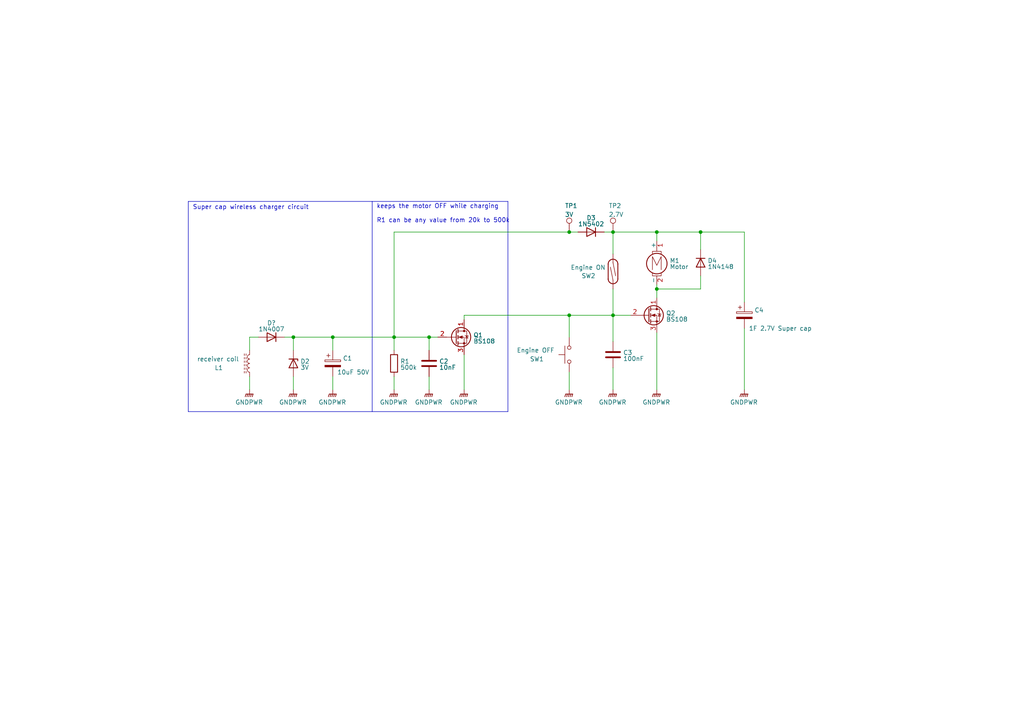
<source format=kicad_sch>
(kicad_sch (version 20220404) (generator eeschema)
  (paper "A4")
  (lib_symbols
    (symbol "Connector:TestPoint" (pin_numbers hide) (pin_names (offset 0.762) hide)
      (property "Reference" "TP" (at 0 6.858 0))
      (property "Value" "TestPoint" (at 0 5.08 0))
      (symbol "TestPoint_0_1"
        (circle (center 0 3.302) (radius 0.762))
      )
      (symbol "TestPoint_1_1"
        (pin passive line (at 0 0 90) (length 2.54) (name "1") (number "1"))
      )
    )
    (symbol "Device:C" (pin_numbers hide) (pin_names (offset 0.254))
      (property "Reference" "C" (at 0.635 2.54 0))
      (property "Value" "C" (at 0.635 -2.54 0))
      (symbol "C_0_1"
        (polyline (pts (xy -2.032 -0.762) (xy 2.032 -0.762)) (stroke (width 0.508)))
        (polyline (pts (xy -2.032 0.762) (xy 2.032 0.762)) (stroke (width 0.508)))
      )
      (symbol "C_1_1"
        (pin passive line (at 0 3.81 270) (length 2.794) (name "~") (number "1"))
        (pin passive line (at 0 -3.81 90) (length 2.794) (name "~") (number "2"))
      )
    )
    (symbol "Device:C_Polarized" (pin_numbers hide) (pin_names (offset 0.254))
      (property "Reference" "C" (at 0.635 2.54 0))
      (property "Value" "C_Polarized" (at 0.635 -2.54 0))
      (symbol "C_Polarized_0_1"
        (rectangle (start -2.286 0.508) (end 2.286 1.016))
        (polyline (pts (xy -1.778 2.286) (xy -0.762 2.286)))
        (polyline (pts (xy -1.27 2.794) (xy -1.27 1.778)))
        (rectangle (start 2.286 -0.508) (end -2.286 -1.016) (fill (type outline)))
      )
      (symbol "C_Polarized_1_1"
        (pin passive line (at 0 3.81 270) (length 2.794) (name "~") (number "1"))
        (pin passive line (at 0 -3.81 90) (length 2.794) (name "~") (number "2"))
      )
    )
    (symbol "Device:D_Zener" (pin_numbers hide) (pin_names (offset 1.016) hide)
      (property "Reference" "D" (at 0 2.54 0))
      (property "Value" "D_Zener" (at 0 -2.54 0))
      (symbol "D_Zener_0_1"
        (polyline (pts (xy 1.27 0) (xy -1.27 0)))
        (polyline (pts (xy -1.27 -1.27) (xy -1.27 1.27) (xy -0.762 1.27)) (stroke (width 0.254)))
        (polyline (pts (xy 1.27 -1.27) (xy 1.27 1.27) (xy -1.27 0) (xy 1.27 -1.27)) (stroke (width 0.254)))
      )
      (symbol "D_Zener_1_1"
        (pin passive line (at -3.81 0 0) (length 2.54) (name "K") (number "1"))
        (pin passive line (at 3.81 0 180) (length 2.54) (name "A") (number "2"))
      )
    )
    (symbol "Device:L_Ferrite" (pin_numbers hide) (pin_names (offset 1.016) hide)
      (property "Reference" "L" (at -1.27 0 90))
      (property "Value" "L_Ferrite" (at 2.794 0 90))
      (symbol "L_Ferrite_0_1"
        (arc (start 0 -2.54) (mid 0.635 -1.905) (end 0 -1.27))
        (arc (start 0 -1.27) (mid 0.635 -0.635) (end 0 0))
        (polyline (pts (xy 1.016 -2.794) (xy 1.016 -2.286)))
        (polyline (pts (xy 1.016 -1.778) (xy 1.016 -1.27)))
        (polyline (pts (xy 1.016 -0.762) (xy 1.016 -0.254)))
        (polyline (pts (xy 1.016 0.254) (xy 1.016 0.762)))
        (polyline (pts (xy 1.016 1.27) (xy 1.016 1.778)))
        (polyline (pts (xy 1.016 2.286) (xy 1.016 2.794)))
        (polyline (pts (xy 1.524 -2.286) (xy 1.524 -2.794)))
        (polyline (pts (xy 1.524 -1.27) (xy 1.524 -1.778)))
        (polyline (pts (xy 1.524 -0.254) (xy 1.524 -0.762)))
        (polyline (pts (xy 1.524 0.762) (xy 1.524 0.254)))
        (polyline (pts (xy 1.524 1.778) (xy 1.524 1.27)))
        (polyline (pts (xy 1.524 2.794) (xy 1.524 2.286)))
        (arc (start 0 0) (mid 0.635 0.635) (end 0 1.27))
        (arc (start 0 1.27) (mid 0.635 1.905) (end 0 2.54))
      )
      (symbol "L_Ferrite_1_1"
        (pin passive line (at 0 3.81 270) (length 1.27) (name "1") (number "1"))
        (pin passive line (at 0 -3.81 90) (length 1.27) (name "2") (number "2"))
      )
    )
    (symbol "Device:R" (pin_numbers hide) (pin_names (offset 0))
      (property "Reference" "R" (at 2.032 0 90))
      (property "Value" "R" (at 0 0 90))
      (symbol "R_0_1"
        (rectangle (start -1.016 -2.54) (end 1.016 2.54) (stroke (width 0.254)))
      )
      (symbol "R_1_1"
        (pin passive line (at 0 3.81 270) (length 1.27) (name "~") (number "1"))
        (pin passive line (at 0 -3.81 90) (length 1.27) (name "~") (number "2"))
      )
    )
    (symbol "Diode:1N4007" (pin_numbers hide) (pin_names (offset 1.016) hide)
      (property "Reference" "D" (at 0 2.54 0))
      (property "Value" "1N4007" (at 0 -2.54 0))
      (symbol "1N4007_0_1"
        (polyline (pts (xy -1.27 1.27) (xy -1.27 -1.27)) (stroke (width 0.254)))
        (polyline (pts (xy 1.27 0) (xy -1.27 0)))
        (polyline (pts (xy 1.27 1.27) (xy 1.27 -1.27) (xy -1.27 0) (xy 1.27 1.27)) (stroke (width 0.254)))
      )
      (symbol "1N4007_1_1"
        (pin passive line (at -3.81 0 0) (length 2.54) (name "K") (number "1"))
        (pin passive line (at 3.81 0 180) (length 2.54) (name "A") (number "2"))
      )
    )
    (symbol "Diode:1N4148" (pin_numbers hide) (pin_names (offset 1.016) hide)
      (property "Reference" "D" (at 0 2.54 0))
      (property "Value" "1N4148" (at 0 -2.54 0))
      (symbol "1N4148_0_1"
        (polyline (pts (xy -1.27 1.27) (xy -1.27 -1.27)) (stroke (width 0.254)))
        (polyline (pts (xy 1.27 0) (xy -1.27 0)))
        (polyline (pts (xy 1.27 1.27) (xy 1.27 -1.27) (xy -1.27 0) (xy 1.27 1.27)) (stroke (width 0.254)))
      )
      (symbol "1N4148_1_1"
        (pin passive line (at -3.81 0 0) (length 2.54) (name "K") (number "1"))
        (pin passive line (at 3.81 0 180) (length 2.54) (name "A") (number "2"))
      )
    )
    (symbol "Diode:1N5402" (pin_numbers hide) (pin_names (offset 1.016) hide)
      (property "Reference" "D" (at 0 2.54 0))
      (property "Value" "1N5402" (at 0 -2.54 0))
      (symbol "1N5402_0_1"
        (polyline (pts (xy -1.27 1.27) (xy -1.27 -1.27)) (stroke (width 0.254)))
        (polyline (pts (xy 1.27 0) (xy -1.27 0)))
        (polyline (pts (xy 1.27 1.27) (xy 1.27 -1.27) (xy -1.27 0) (xy 1.27 1.27)) (stroke (width 0.254)))
      )
      (symbol "1N5402_1_1"
        (pin passive line (at -3.81 0 0) (length 2.54) (name "K") (number "1"))
        (pin passive line (at 3.81 0 180) (length 2.54) (name "A") (number "2"))
      )
    )
    (symbol "Motor:Motor_DC_ALT" (pin_names (offset 0))
      (property "Reference" "M" (at 2.54 2.54 0))
      (property "Value" "Motor_DC_ALT" (at 2.54 -5.08 0))
      (symbol "Motor_DC_ALT_0_0"
        (circle (center 0 -1.524) (radius 2.9718) (stroke (width 0.254)))
        (polyline (pts (xy -1.27 -4.318) (xy -1.27 -5.08) (xy 1.27 -5.08) (xy 1.27 -4.318)))
        (polyline (pts (xy -1.27 1.27) (xy -1.27 2.032) (xy 1.27 2.032) (xy 1.27 1.27)))
        (polyline (pts (xy -1.27 -3.302) (xy -1.27 0.508) (xy 0 -2.032) (xy 1.27 0.508) (xy 1.27 -3.302)))
      )
      (symbol "Motor_DC_ALT_0_1"
        (polyline (pts (xy 0 2.032) (xy 0 2.54)))
      )
      (symbol "Motor_DC_ALT_1_1"
        (pin passive line (at 0 5.08 270) (length 2.54) (name "+") (number "1"))
        (pin passive line (at 0 -7.62 90) (length 2.54) (name "-") (number "2"))
      )
    )
    (symbol "Switch:SW_Push" (pin_numbers hide) (pin_names (offset 1.016) hide)
      (property "Reference" "SW" (at 1.27 2.54 0))
      (property "Value" "SW_Push" (at 0 -1.524 0))
      (symbol "SW_Push_0_1"
        (circle (center -2.032 0) (radius 0.508))
        (polyline (pts (xy 0 1.27) (xy 0 3.048)))
        (polyline (pts (xy 2.54 1.27) (xy -2.54 1.27)))
        (circle (center 2.032 0) (radius 0.508))
        (pin passive line (at -5.08 0 0) (length 2.54) (name "1") (number "1"))
        (pin passive line (at 5.08 0 180) (length 2.54) (name "2") (number "2"))
      )
    )
    (symbol "Switch:SW_Reed" (pin_numbers hide) (pin_names (offset 0) hide)
      (property "Reference" "SW" (at 0 2.54 0))
      (property "Value" "SW_Reed" (at 0 -2.54 0))
      (symbol "SW_Reed_0_0"
        (arc (start -2.159 1.397) (mid -3.556 0) (end -2.159 -1.397) (stroke (width 0.254)))
        (polyline (pts (xy -2.54 0) (xy 1.27 0.762)))
        (polyline (pts (xy -2.159 -1.397) (xy 2.286 -1.397)) (stroke (width 0.254)))
        (polyline (pts (xy 2.159 1.397) (xy -2.159 1.397)) (stroke (width 0.254)))
        (polyline (pts (xy 2.54 0) (xy -1.27 -0.762)))
        (arc (start 2.159 -1.397) (mid 3.556 0) (end 2.159 1.397) (stroke (width 0.254)))
      )
      (symbol "SW_Reed_1_1"
        (pin passive line (at -5.08 0 0) (length 2.54) (name "1") (number "1"))
        (pin passive line (at 5.08 0 180) (length 2.54) (name "2") (number "2"))
      )
    )
    (symbol "Transistor_FET:BS108" (pin_names hide)
      (property "Reference" "Q" (at 5.08 1.905 0))
      (property "Value" "BS108" (at 5.08 0 0))
      (symbol "BS108_0_1"
        (polyline (pts (xy 0.254 0) (xy -2.54 0)))
        (polyline (pts (xy 0.254 1.905) (xy 0.254 -1.905)) (stroke (width 0.254)))
        (polyline (pts (xy 0.762 -1.27) (xy 0.762 -2.286)) (stroke (width 0.254)))
        (polyline (pts (xy 0.762 0.508) (xy 0.762 -0.508)) (stroke (width 0.254)))
        (polyline (pts (xy 0.762 2.286) (xy 0.762 1.27)) (stroke (width 0.254)))
        (polyline (pts (xy 2.54 2.54) (xy 2.54 1.778)))
        (polyline (pts (xy 2.54 -2.54) (xy 2.54 0) (xy 0.762 0)))
        (polyline (pts (xy 0.762 -1.778) (xy 3.302 -1.778) (xy 3.302 1.778) (xy 0.762 1.778)))
        (polyline (pts (xy 1.016 0) (xy 2.032 0.381) (xy 2.032 -0.381) (xy 1.016 0)) (fill (type outline)))
        (polyline (pts (xy 2.794 0.508) (xy 2.921 0.381) (xy 3.683 0.381) (xy 3.81 0.254)))
        (polyline (pts (xy 3.302 0.381) (xy 2.921 -0.254) (xy 3.683 -0.254) (xy 3.302 0.381)))
        (circle (center 1.651 0) (radius 2.794) (stroke (width 0.254)))
        (circle (center 2.54 -1.778) (radius 0.254) (fill (type outline)))
        (circle (center 2.54 1.778) (radius 0.254) (fill (type outline)))
      )
      (symbol "BS108_1_1"
        (pin passive line (at 2.54 5.08 270) (length 2.54) (name "D") (number "1"))
        (pin input line (at -5.08 0 0) (length 2.54) (name "G") (number "2"))
        (pin passive line (at 2.54 -5.08 90) (length 2.54) (name "S") (number "3"))
      )
    )
    (symbol "power:GNDPWR" (power) (pin_names (offset 0))
      (property "Value" "GNDPWR" (at 0 -3.302 0))
      (symbol "GNDPWR_0_1"
        (polyline (pts (xy 0 -1.27) (xy 0 0)))
        (polyline (pts (xy -1.016 -1.27) (xy -1.27 -2.032) (xy -1.27 -2.032)) (stroke (width 0.2032)))
        (polyline (pts (xy -0.508 -1.27) (xy -0.762 -2.032) (xy -0.762 -2.032)) (stroke (width 0.2032)))
        (polyline (pts (xy 0 -1.27) (xy -0.254 -2.032) (xy -0.254 -2.032)) (stroke (width 0.2032)))
        (polyline (pts (xy 0.508 -1.27) (xy 0.254 -2.032) (xy 0.254 -2.032)) (stroke (width 0.2032)))
        (polyline (pts (xy 1.016 -1.27) (xy -1.016 -1.27) (xy -1.016 -1.27)) (stroke (width 0.2032)))
        (polyline (pts (xy 1.016 -1.27) (xy 0.762 -2.032) (xy 0.762 -2.032) (xy 0.762 -2.032)) (stroke (width 0.2032)))
      )
      (symbol "GNDPWR_1_1"
        (pin power_in line (at 0 0 270) (length 0) hide (name "GNDPWR") (number "1"))
      )
    )
  )
  (junction (at 190.5 83.82))
  (junction (at 190.5 67.31))
  (junction (at 124.46 97.79))
  (junction (at 165.1 67.31))
  (junction (at 177.8 67.31))
  (junction (at 114.3 97.79))
  (junction (at 203.2 67.31))
  (junction (at 165.1 91.44))
  (junction (at 96.52 97.79))
  (junction (at 177.8 91.44))
  (junction (at 85.09 97.79))
  (wire (pts (xy 165.1 107.95) (xy 165.1 113.03)))
  (wire (pts (xy 177.8 67.31) (xy 177.8 73.66)))
  (wire (pts (xy 114.3 67.31) (xy 165.1 67.31)))
  (wire (pts (xy 114.3 97.79) (xy 114.3 101.6)))
  (polyline (pts (xy 147.32 58.42) (xy 147.32 119.38)))
  (wire (pts (xy 124.46 97.79) (xy 124.46 101.6)))
  (wire (pts (xy 203.2 67.31) (xy 215.9 67.31)))
  (wire (pts (xy 177.8 83.82) (xy 177.8 91.44)))
  (wire (pts (xy 124.46 97.79) (xy 127 97.79)))
  (wire (pts (xy 74.93 97.79) (xy 72.39 97.79)))
  (polyline (pts (xy 107.95 58.42) (xy 107.95 119.38)))
  (polyline (pts (xy 54.61 58.42) (xy 107.95 58.42)))
  (wire (pts (xy 85.09 97.79) (xy 96.52 97.79)))
  (wire (pts (xy 134.62 102.87) (xy 134.62 113.03)))
  (wire (pts (xy 165.1 91.44) (xy 165.1 97.79)))
  (wire (pts (xy 175.26 67.31) (xy 177.8 67.31)))
  (wire (pts (xy 203.2 83.82) (xy 203.2 80.01)))
  (wire (pts (xy 114.3 109.22) (xy 114.3 113.03)))
  (wire (pts (xy 215.9 95.25) (xy 215.9 113.03)))
  (wire (pts (xy 165.1 67.31) (xy 167.64 67.31)))
  (wire (pts (xy 203.2 67.31) (xy 203.2 72.39)))
  (wire (pts (xy 177.8 91.44) (xy 182.88 91.44)))
  (wire (pts (xy 190.5 83.82) (xy 190.5 86.36)))
  (wire (pts (xy 177.8 67.31) (xy 190.5 67.31)))
  (polyline (pts (xy 107.95 119.38) (xy 54.61 119.38)))
  (wire (pts (xy 114.3 97.79) (xy 114.3 67.31)))
  (polyline (pts (xy 147.32 119.38) (xy 107.95 119.38)))
  (wire (pts (xy 96.52 109.22) (xy 96.52 113.03)))
  (wire (pts (xy 96.52 97.79) (xy 114.3 97.79)))
  (wire (pts (xy 190.5 83.82) (xy 203.2 83.82)))
  (polyline (pts (xy 107.95 58.42) (xy 147.32 58.42)))
  (wire (pts (xy 177.8 91.44) (xy 177.8 99.06)))
  (wire (pts (xy 134.62 91.44) (xy 165.1 91.44)))
  (wire (pts (xy 177.8 106.68) (xy 177.8 113.03)))
  (wire (pts (xy 124.46 109.22) (xy 124.46 113.03)))
  (polyline (pts (xy 54.61 58.42) (xy 54.61 119.38)))
  (wire (pts (xy 72.39 97.79) (xy 72.39 101.6)))
  (wire (pts (xy 134.62 91.44) (xy 134.62 92.71)))
  (wire (pts (xy 96.52 97.79) (xy 96.52 101.6)))
  (wire (pts (xy 190.5 67.31) (xy 203.2 67.31)))
  (wire (pts (xy 85.09 109.22) (xy 85.09 113.03)))
  (wire (pts (xy 85.09 97.79) (xy 85.09 101.6)))
  (wire (pts (xy 190.5 67.31) (xy 190.5 69.85)))
  (wire (pts (xy 72.39 109.22) (xy 72.39 113.03)))
  (wire (pts (xy 190.5 82.55) (xy 190.5 83.82)))
  (wire (pts (xy 215.9 67.31) (xy 215.9 87.63)))
  (wire (pts (xy 82.55 97.79) (xy 85.09 97.79)))
  (wire (pts (xy 114.3 97.79) (xy 124.46 97.79)))
  (wire (pts (xy 190.5 96.52) (xy 190.5 113.03)))
  (wire (pts (xy 165.1 91.44) (xy 177.8 91.44)))
  (text "Super cap wireless charger circuit" (at 55.88 60.96 0) (effects (font (size 1.27 1.27)) (justify left bottom)))
  (text "keeps the motor OFF while charging\n\nR1 can be any value from 20k to 500k" (at 109.22 64.77 0) (effects (font (size 1.27 1.27)) (justify left bottom)))
  (symbol (lib_id "Transistor_FET:BS108") (at 132.08 97.79 0) (unit 1)
    (default_instance (reference "Q") (unit 1) (value "BS108") (footprint "Package_TO_SOT_THT:TO-92_Inline"))
    (property "Reference" "Q1" (at 137.287 97.1955 0) (effects (justify left)))
    (property "Value" "BS108" (at 137.287 98.9577 0) (effects (justify left)))
    (property "Footprint" "Package_TO_SOT_THT:TO-92_Inline" (effects hide))
    (property "Datasheet" "http://www.redrok.com/MOSFET_BS108_200V_250mA_8O_Vth1.5_TO-92.PDF" (effects hide))
  )
  (symbol (lib_id "power:GNDPWR") (at 85.09 113.03 0) (unit 1)
    (default_instance (reference "#PWR") (unit 1) (value "GNDPWR") (footprint ""))
    (property "Reference" "#PWR02" (effects hide))
    (property "Value" "GNDPWR" (at 84.963 116.6797 0))
  )
  (symbol (lib_id "Switch:SW_Push") (at 165.1 102.87 90) (unit 1)
    (default_instance (reference "SW") (unit 1) (value "SW_Push") (footprint ""))
    (property "Reference" "SW1" (at 153.67 104.14 90) (effects (justify right)))
    (property "Value" "Engine OFF" (at 149.86 101.6 90) (effects (justify right)))
  )
  (symbol (lib_id "power:GNDPWR") (at 124.46 113.03 0) (unit 1)
    (default_instance (reference "#PWR") (unit 1) (value "GNDPWR") (footprint ""))
    (property "Reference" "#PWR05" (effects hide))
    (property "Value" "GNDPWR" (at 124.333 116.6797 0))
  )
  (symbol (lib_id "power:GNDPWR") (at 165.1 113.03 0) (unit 1)
    (default_instance (reference "#PWR") (unit 1) (value "GNDPWR") (footprint ""))
    (property "Reference" "#PWR07" (effects hide))
    (property "Value" "GNDPWR" (at 164.973 116.6797 0))
  )
  (symbol (lib_id "Connector:TestPoint") (at 165.1 67.31 0) (unit 1)
    (default_instance (reference "TP") (unit 1) (value "TestPoint") (footprint ""))
    (property "Reference" "TP1" (at 163.83 59.69 0) (effects (justify left)))
    (property "Value" "3V" (at 163.83 62.23 0) (effects (justify left)))
  )
  (symbol (lib_id "Diode:1N4148") (at 203.2 76.2 270) (unit 1)
    (default_instance (reference "D") (unit 1) (value "1N4148") (footprint "Diode_THT:D_DO-35_SOD27_P7.62mm_Horizontal"))
    (property "Reference" "D4" (at 205.232 75.6055 90) (effects (justify left)))
    (property "Value" "1N4148" (at 205.232 77.3677 90) (effects (justify left)))
    (property "Footprint" "Diode_THT:D_DO-35_SOD27_P7.62mm_Horizontal" (effects hide))
    (property "Datasheet" "https://assets.nexperia.com/documents/data-sheet/1N4148_1N4448.pdf" (effects hide))
  )
  (symbol (lib_id "power:GNDPWR") (at 190.5 113.03 0) (unit 1)
    (default_instance (reference "#PWR") (unit 1) (value "GNDPWR") (footprint ""))
    (property "Reference" "#PWR09" (effects hide))
    (property "Value" "GNDPWR" (at 190.373 116.6797 0))
  )
  (symbol (lib_id "power:GNDPWR") (at 215.9 113.03 0) (unit 1)
    (default_instance (reference "#PWR") (unit 1) (value "GNDPWR") (footprint ""))
    (property "Reference" "#PWR010" (effects hide))
    (property "Value" "GNDPWR" (at 215.773 116.6797 0))
  )
  (symbol (lib_id "Device:C") (at 177.8 102.87 0) (unit 1)
    (default_instance (reference "C") (unit 1) (value "C") (footprint ""))
    (property "Reference" "C3" (at 180.721 102.2755 0) (effects (justify left)))
    (property "Value" "100nF" (at 180.721 104.0377 0) (effects (justify left)))
  )
  (symbol (lib_id "Connector:TestPoint") (at 177.8 67.31 0) (unit 1)
    (default_instance (reference "TP") (unit 1) (value "TestPoint") (footprint ""))
    (property "Reference" "TP2" (at 176.53 59.69 0) (effects (justify left)))
    (property "Value" "2.7V" (at 176.53 62.23 0) (effects (justify left)))
  )
  (symbol (lib_id "Device:D_Zener") (at 85.09 105.41 270) (unit 1)
    (default_instance (reference "D") (unit 1) (value "D_Zener") (footprint ""))
    (property "Reference" "D2" (at 87.122 104.8155 90) (effects (justify left)))
    (property "Value" "3V" (at 87.122 106.5777 90) (effects (justify left)))
  )
  (symbol (lib_id "Motor:Motor_DC_ALT") (at 190.5 74.93 0) (unit 1)
    (default_instance (reference "M") (unit 1) (value "Motor_DC_ALT") (footprint ""))
    (property "Reference" "M1" (at 194.2338 75.6055 0) (effects (justify left)))
    (property "Value" "Motor" (at 194.2338 77.3677 0) (effects (justify left)))
  )
  (symbol (lib_id "Diode:1N4007") (at 78.74 97.79 180) (unit 1)
    (default_instance (reference "D") (unit 1) (value "1N4007") (footprint "Diode_THT:D_DO-41_SOD81_P10.16mm_Horizontal"))
    (property "Reference" "D?" (at 78.74 93.6879 0))
    (property "Value" "1N4007" (at 78.74 95.4501 0))
    (property "Footprint" "Diode_THT:D_DO-41_SOD81_P10.16mm_Horizontal" (effects hide))
    (property "Datasheet" "http://www.vishay.com/docs/88503/1n4001.pdf" (effects hide))
  )
  (symbol (lib_id "Device:R") (at 114.3 105.41 0) (unit 1)
    (default_instance (reference "R") (unit 1) (value "R") (footprint ""))
    (property "Reference" "R1" (at 116.078 104.8155 0) (effects (justify left)))
    (property "Value" "500k" (at 116.078 106.5777 0) (effects (justify left)))
  )
  (symbol (lib_id "power:GNDPWR") (at 72.39 113.03 0) (unit 1)
    (default_instance (reference "#PWR") (unit 1) (value "GNDPWR") (footprint ""))
    (property "Reference" "#PWR01" (effects hide))
    (property "Value" "GNDPWR" (at 72.263 116.6797 0))
  )
  (symbol (lib_id "Device:C_Polarized") (at 215.9 91.44 0) (unit 1)
    (default_instance (reference "C") (unit 1) (value "C_Polarized") (footprint ""))
    (property "Reference" "C4" (at 218.821 89.9565 0) (effects (justify left)))
    (property "Value" "1F 2.7V Super cap" (at 217.17 95.25 0) (effects (justify left)))
  )
  (symbol (lib_id "Diode:1N5402") (at 171.45 67.31 0) (mirror y) (unit 1)
    (default_instance (reference "D") (unit 1) (value "1N5402") (footprint "Diode_THT:D_DO-201AD_P15.24mm_Horizontal"))
    (property "Reference" "D3" (at 171.45 63.2079 0))
    (property "Value" "1N5402" (at 171.45 64.9701 0))
    (property "Footprint" "Diode_THT:D_DO-201AD_P15.24mm_Horizontal" (effects hide))
    (property "Datasheet" "http://www.vishay.com/docs/88516/1n5400.pdf" (effects hide))
  )
  (symbol (lib_id "Device:L_Ferrite") (at 72.39 105.41 0) (mirror y) (unit 1)
    (default_instance (reference "L") (unit 1) (value "L_Ferrite") (footprint ""))
    (property "Reference" "L1" (at 62.23 106.68 0) (effects (justify right)))
    (property "Value" "receiver coil" (at 57.15 104.14 0) (effects (justify right)))
  )
  (symbol (lib_id "power:GNDPWR") (at 96.52 113.03 0) (unit 1)
    (default_instance (reference "#PWR") (unit 1) (value "GNDPWR") (footprint ""))
    (property "Reference" "#PWR03" (effects hide))
    (property "Value" "GNDPWR" (at 96.393 116.6797 0))
  )
  (symbol (lib_id "power:GNDPWR") (at 114.3 113.03 0) (unit 1)
    (default_instance (reference "#PWR") (unit 1) (value "GNDPWR") (footprint ""))
    (property "Reference" "#PWR04" (effects hide))
    (property "Value" "GNDPWR" (at 114.173 116.6797 0))
  )
  (symbol (lib_id "Device:C") (at 124.46 105.41 0) (unit 1)
    (default_instance (reference "C") (unit 1) (value "C") (footprint ""))
    (property "Reference" "C2" (at 127.381 104.8155 0) (effects (justify left)))
    (property "Value" "10nF" (at 127.381 106.5777 0) (effects (justify left)))
  )
  (symbol (lib_id "power:GNDPWR") (at 134.62 113.03 0) (unit 1)
    (default_instance (reference "#PWR") (unit 1) (value "GNDPWR") (footprint ""))
    (property "Reference" "#PWR06" (effects hide))
    (property "Value" "GNDPWR" (at 134.493 116.6797 0))
  )
  (symbol (lib_id "Switch:SW_Reed") (at 177.8 78.74 270) (unit 1)
    (default_instance (reference "SW") (unit 1) (value "SW_Reed") (footprint ""))
    (property "Reference" "SW2" (at 172.72 80.01 90) (effects (justify right)))
    (property "Value" "Engine ON" (at 175.641 77.5723 90) (effects (justify right)))
  )
  (symbol (lib_id "power:GNDPWR") (at 177.8 113.03 0) (unit 1)
    (default_instance (reference "#PWR") (unit 1) (value "GNDPWR") (footprint ""))
    (property "Reference" "#PWR08" (effects hide))
    (property "Value" "GNDPWR" (at 177.673 116.6797 0))
  )
  (symbol (lib_id "Device:C_Polarized") (at 96.52 105.41 0) (unit 1)
    (default_instance (reference "C") (unit 1) (value "C_Polarized") (footprint ""))
    (property "Reference" "C1" (at 99.441 103.9265 0) (effects (justify left)))
    (property "Value" "10uF 50V" (at 97.79 107.95 0) (effects (justify left)))
  )
  (symbol (lib_id "Transistor_FET:BS108") (at 187.96 91.44 0) (unit 1)
    (default_instance (reference "Q") (unit 1) (value "BS108") (footprint "Package_TO_SOT_THT:TO-92_Inline"))
    (property "Reference" "Q2" (at 193.167 90.8455 0) (effects (justify left)))
    (property "Value" "BS108" (at 193.167 92.6077 0) (effects (justify left)))
    (property "Footprint" "Package_TO_SOT_THT:TO-92_Inline" (effects hide))
    (property "Datasheet" "http://www.redrok.com/MOSFET_BS108_200V_250mA_8O_Vth1.5_TO-92.PDF" (effects hide))
  )
)
</source>
